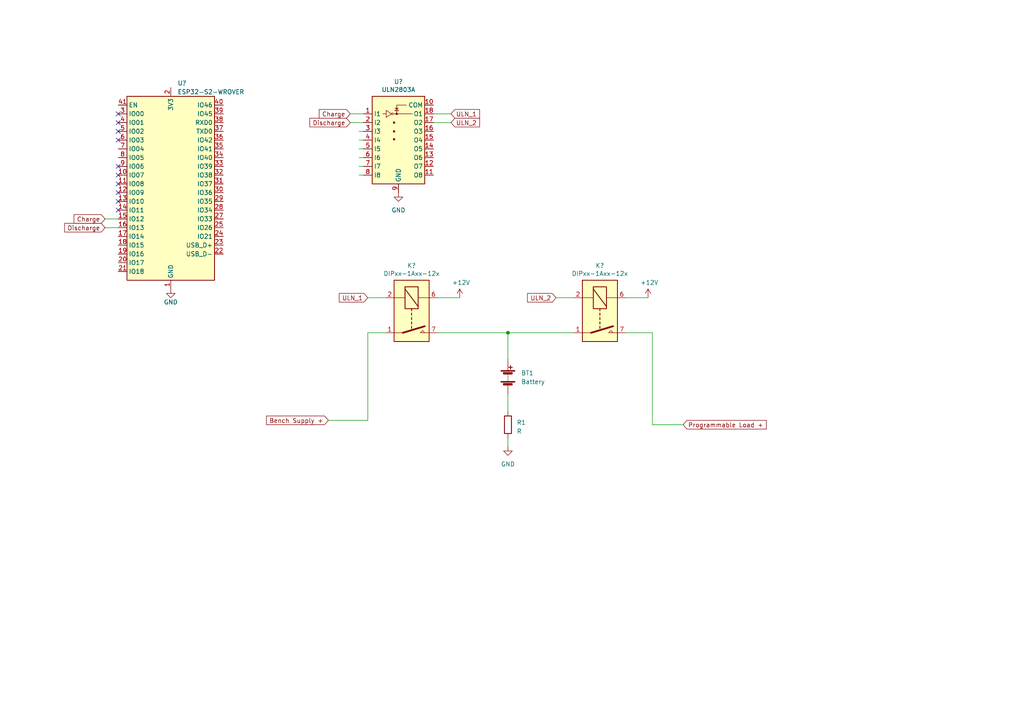
<source format=kicad_sch>
(kicad_sch (version 20230121) (generator eeschema)
  (paper "A4")
  (lib_symbols
    (symbol "Device:Battery" (pin_numbers hide) (pin_names (offset 0) hide)
      (property "Reference" "BT" (at 2.54 2.54 0))
      (property "Value" "Battery" (at 2.54 0 0))
      (symbol "Battery_0_1"
        (rectangle (start -2.032 -1.397) (end 2.032 -1.651) (fill (type outline)))
        (rectangle (start -2.032 1.778) (end 2.032 1.524) (fill (type outline)))
        (rectangle (start -1.3208 -1.9812) (end 1.27 -2.4892) (fill (type outline)))
        (rectangle (start -1.3208 1.1938) (end 1.27 0.6858) (fill (type outline)))
        (polyline (pts (xy 0 -1.524) (xy 0 -1.27)))
        (polyline (pts (xy 0 -1.016) (xy 0 -0.762)))
        (polyline (pts (xy 0 -0.508) (xy 0 -0.254)))
        (polyline (pts (xy 0 0) (xy 0 0.254)))
        (polyline (pts (xy 0 0.508) (xy 0 0.762)))
        (polyline (pts (xy 0 1.778) (xy 0 2.54)))
        (polyline (pts (xy 0.254 2.667) (xy 1.27 2.667)) (stroke (width 0.254)))
        (polyline (pts (xy 0.762 3.175) (xy 0.762 2.159)) (stroke (width 0.254)))
      )
      (symbol "Battery_1_1"
        (pin passive line (at 0 5.08 270) (length 2.54) (name "+") (number "1"))
        (pin passive line (at 0 -5.08 90) (length 2.54) (name "-") (number "2"))
      )
    )
    (symbol "Device:R" (pin_numbers hide) (pin_names (offset 0))
      (property "Reference" "R" (at 2.032 0 90))
      (property "Value" "R" (at 0 0 90))
      (symbol "R_0_1"
        (rectangle (start -1.016 -2.54) (end 1.016 2.54) (stroke (width 0.254)))
      )
      (symbol "R_1_1"
        (pin passive line (at 0 3.81 270) (length 1.27) (name "~") (number "1"))
        (pin passive line (at 0 -3.81 90) (length 1.27) (name "~") (number "2"))
      )
    )
    (symbol "RF_Module:ESP32-S2-WROVER"
      (property "Reference" "U" (at -12.7 29.21 0))
      (property "Value" "ESP32-S2-WROVER" (at 2.54 29.21 0))
      (symbol "ESP32-S2-WROVER_0_1"
        (rectangle (start -12.7 27.94) (end 12.7 -25.4) (stroke (width 0.254)) (fill (type background)))
      )
      (symbol "ESP32-S2-WROVER_1_1"
        (pin power_in line (at 0 -27.94 90) (length 2.54) (name "GND") (number "1"))
        (pin bidirectional line (at -15.24 5.08 0) (length 2.54) (name "IO07") (number "10"))
        (pin bidirectional line (at -15.24 2.54 0) (length 2.54) (name "IO08") (number "11"))
        (pin bidirectional line (at -15.24 0 0) (length 2.54) (name "IO09") (number "12"))
        (pin bidirectional line (at -15.24 -2.54 0) (length 2.54) (name "IO10") (number "13"))
        (pin bidirectional line (at -15.24 -5.08 0) (length 2.54) (name "IO11") (number "14"))
        (pin bidirectional line (at -15.24 -7.62 0) (length 2.54) (name "IO12") (number "15"))
        (pin bidirectional line (at -15.24 -10.16 0) (length 2.54) (name "IO13") (number "16"))
        (pin bidirectional line (at -15.24 -12.7 0) (length 2.54) (name "IO14") (number "17"))
        (pin bidirectional line (at -15.24 -15.24 0) (length 2.54) (name "IO15") (number "18"))
        (pin bidirectional line (at -15.24 -17.78 0) (length 2.54) (name "IO16") (number "19"))
        (pin power_in line (at 0 30.48 270) (length 2.54) (name "3V3") (number "2"))
        (pin bidirectional line (at -15.24 -20.32 0) (length 2.54) (name "IO17") (number "20"))
        (pin bidirectional line (at -15.24 -22.86 0) (length 2.54) (name "IO18") (number "21"))
        (pin bidirectional line (at 15.24 -17.78 180) (length 2.54) (name "USB_D-") (number "22"))
        (pin bidirectional line (at 15.24 -15.24 180) (length 2.54) (name "USB_D+") (number "23"))
        (pin bidirectional line (at 15.24 -12.7 180) (length 2.54) (name "IO21") (number "24"))
        (pin bidirectional line (at 15.24 -10.16 180) (length 2.54) (name "IO26") (number "25"))
        (pin passive line (at 0 -27.94 90) (length 2.54) hide (name "GND") (number "26"))
        (pin bidirectional line (at 15.24 -7.62 180) (length 2.54) (name "IO33") (number "27"))
        (pin bidirectional line (at 15.24 -5.08 180) (length 2.54) (name "IO34") (number "28"))
        (pin bidirectional line (at 15.24 -2.54 180) (length 2.54) (name "IO35") (number "29"))
        (pin bidirectional line (at -15.24 22.86 0) (length 2.54) (name "IO00") (number "3"))
        (pin bidirectional line (at 15.24 0 180) (length 2.54) (name "IO36") (number "30"))
        (pin bidirectional line (at 15.24 2.54 180) (length 2.54) (name "IO37") (number "31"))
        (pin bidirectional line (at 15.24 5.08 180) (length 2.54) (name "IO38") (number "32"))
        (pin bidirectional line (at 15.24 7.62 180) (length 2.54) (name "IO39") (number "33"))
        (pin bidirectional line (at 15.24 10.16 180) (length 2.54) (name "IO40") (number "34"))
        (pin bidirectional line (at 15.24 12.7 180) (length 2.54) (name "IO41") (number "35"))
        (pin bidirectional line (at 15.24 15.24 180) (length 2.54) (name "IO42") (number "36"))
        (pin bidirectional line (at 15.24 17.78 180) (length 2.54) (name "TXD0") (number "37"))
        (pin bidirectional line (at 15.24 20.32 180) (length 2.54) (name "RXD0") (number "38"))
        (pin bidirectional line (at 15.24 22.86 180) (length 2.54) (name "IO45") (number "39"))
        (pin bidirectional line (at -15.24 20.32 0) (length 2.54) (name "IO01") (number "4"))
        (pin input line (at 15.24 25.4 180) (length 2.54) (name "IO46") (number "40"))
        (pin input line (at -15.24 25.4 0) (length 2.54) (name "EN") (number "41"))
        (pin passive line (at 0 -27.94 90) (length 2.54) hide (name "GND") (number "42"))
        (pin passive line (at 0 -27.94 90) (length 2.54) hide (name "GND") (number "43"))
        (pin bidirectional line (at -15.24 17.78 0) (length 2.54) (name "IO02") (number "5"))
        (pin bidirectional line (at -15.24 15.24 0) (length 2.54) (name "IO03") (number "6"))
        (pin bidirectional line (at -15.24 12.7 0) (length 2.54) (name "IO04") (number "7"))
        (pin bidirectional line (at -15.24 10.16 0) (length 2.54) (name "IO05") (number "8"))
        (pin bidirectional line (at -15.24 7.62 0) (length 2.54) (name "IO06") (number "9"))
      )
    )
    (symbol "Relay:DIPxx-1Axx-12x"
      (property "Reference" "K" (at 8.89 3.81 0))
      (property "Value" "DIPxx-1Axx-12x" (at 8.89 1.27 0))
      (symbol "DIPxx-1Axx-12x_0_0"
        (polyline (pts (xy 5.08 5.08) (xy 5.08 2.54) (xy 4.445 3.175) (xy 5.08 3.81)))
      )
      (symbol "DIPxx-1Axx-12x_0_1"
        (rectangle (start -10.16 5.08) (end 7.62 -5.08) (stroke (width 0.254)) (fill (type background)))
        (rectangle (start -8.255 1.905) (end -1.905 -1.905) (stroke (width 0.254)))
        (polyline (pts (xy -7.62 -1.905) (xy -2.54 1.905)) (stroke (width 0.254)))
        (polyline (pts (xy -5.08 -5.08) (xy -5.08 -1.905)))
        (polyline (pts (xy -5.08 5.08) (xy -5.08 1.905)))
        (polyline (pts (xy -1.905 0) (xy -1.27 0)) (stroke (width 0.254)))
        (polyline (pts (xy -0.635 0) (xy 0 0)) (stroke (width 0.254)))
        (polyline (pts (xy 0.635 0) (xy 1.27 0)) (stroke (width 0.254)))
        (polyline (pts (xy 1.905 0) (xy 2.54 0)) (stroke (width 0.254)))
        (polyline (pts (xy 3.175 0) (xy 3.81 0)) (stroke (width 0.254)))
        (polyline (pts (xy 5.08 -2.54) (xy 3.175 3.81)) (stroke (width 0.508)))
        (polyline (pts (xy 5.08 -2.54) (xy 5.08 -5.08)))
      )
      (symbol "DIPxx-1Axx-12x_1_1"
        (pin passive line (at 5.08 -7.62 90) (length 2.54) (name "~") (number "1"))
        (pin passive line (at -5.08 -7.62 90) (length 2.54) hide (name "~") (number "13"))
        (pin passive line (at 5.08 -7.62 90) (length 2.54) hide (name "~") (number "14"))
        (pin passive line (at -5.08 -7.62 90) (length 2.54) (name "~") (number "2"))
        (pin passive line (at -5.08 7.62 270) (length 2.54) (name "~") (number "6"))
        (pin passive line (at 5.08 7.62 270) (length 2.54) (name "~") (number "7"))
        (pin passive line (at 5.08 7.62 270) (length 2.54) hide (name "~") (number "8"))
      )
    )
    (symbol "Transistor_Array:ULN2803A"
      (property "Reference" "U" (at 0 13.335 0))
      (property "Value" "ULN2803A" (at 0 11.43 0))
      (symbol "ULN2803A_0_1"
        (rectangle (start -7.62 -15.24) (end 7.62 10.16) (stroke (width 0.254)) (fill (type background)))
        (circle (center -1.778 5.08) (radius 0.254))
        (circle (center -1.27 -2.286) (radius 0.254) (fill (type outline)))
        (circle (center -1.27 0) (radius 0.254) (fill (type outline)))
        (circle (center -1.27 2.54) (radius 0.254) (fill (type outline)))
        (circle (center -0.508 5.08) (radius 0.254) (fill (type outline)))
        (polyline (pts (xy -4.572 5.08) (xy -3.556 5.08)))
        (polyline (pts (xy -1.524 5.08) (xy 4.064 5.08)))
        (polyline (pts (xy 0 6.731) (xy -1.016 6.731)))
        (polyline (pts (xy -0.508 5.08) (xy -0.508 7.62) (xy 2.286 7.62)))
        (polyline (pts (xy -3.556 6.096) (xy -3.556 4.064) (xy -2.032 5.08) (xy -3.556 6.096)))
        (polyline (pts (xy 0 5.969) (xy -1.016 5.969) (xy -0.508 6.731) (xy 0 5.969)))
      )
      (symbol "ULN2803A_1_1"
        (pin input line (at -10.16 5.08 0) (length 2.54) (name "I1") (number "1"))
        (pin passive line (at 10.16 7.62 180) (length 2.54) (name "COM") (number "10"))
        (pin open_collector line (at 10.16 -12.7 180) (length 2.54) (name "O8") (number "11"))
        (pin open_collector line (at 10.16 -10.16 180) (length 2.54) (name "O7") (number "12"))
        (pin open_collector line (at 10.16 -7.62 180) (length 2.54) (name "O6") (number "13"))
        (pin open_collector line (at 10.16 -5.08 180) (length 2.54) (name "O5") (number "14"))
        (pin open_collector line (at 10.16 -2.54 180) (length 2.54) (name "O4") (number "15"))
        (pin open_collector line (at 10.16 0 180) (length 2.54) (name "O3") (number "16"))
        (pin open_collector line (at 10.16 2.54 180) (length 2.54) (name "O2") (number "17"))
        (pin open_collector line (at 10.16 5.08 180) (length 2.54) (name "O1") (number "18"))
        (pin input line (at -10.16 2.54 0) (length 2.54) (name "I2") (number "2"))
        (pin input line (at -10.16 0 0) (length 2.54) (name "I3") (number "3"))
        (pin input line (at -10.16 -2.54 0) (length 2.54) (name "I4") (number "4"))
        (pin input line (at -10.16 -5.08 0) (length 2.54) (name "I5") (number "5"))
        (pin input line (at -10.16 -7.62 0) (length 2.54) (name "I6") (number "6"))
        (pin input line (at -10.16 -10.16 0) (length 2.54) (name "I7") (number "7"))
        (pin input line (at -10.16 -12.7 0) (length 2.54) (name "I8") (number "8"))
        (pin power_in line (at 0 -17.78 90) (length 2.54) (name "GND") (number "9"))
      )
    )
    (symbol "power:+12V" (power) (pin_names (offset 0))
      (property "Value" "+12V" (at 0 3.556 0))
      (symbol "+12V_0_1"
        (polyline (pts (xy -0.762 1.27) (xy 0 2.54)))
        (polyline (pts (xy 0 0) (xy 0 2.54)))
        (polyline (pts (xy 0 2.54) (xy 0.762 1.27)))
      )
      (symbol "+12V_1_1"
        (pin power_in line (at 0 0 90) (length 0) hide (name "+12V") (number "1"))
      )
    )
    (symbol "power:GND" (power) (pin_names (offset 0))
      (property "Value" "GND" (at 0 -3.81 0))
      (symbol "GND_0_1"
        (polyline (pts (xy 0 0) (xy 0 -1.27) (xy 1.27 -1.27) (xy 0 -2.54) (xy -1.27 -1.27) (xy 0 -1.27)))
      )
      (symbol "GND_1_1"
        (pin power_in line (at 0 0 270) (length 0) hide (name "GND") (number "1"))
      )
    )
  )
  (junction (at 147.32 96.52))
  (no_connect (at 34.29 40.64))
  (no_connect (at 34.29 33.02))
  (no_connect (at 34.29 60.96))
  (no_connect (at 34.29 53.34))
  (no_connect (at 34.29 38.1))
  (no_connect (at 34.29 55.88))
  (no_connect (at 34.29 58.42))
  (no_connect (at 34.29 50.8))
  (no_connect (at 34.29 48.26))
  (no_connect (at 34.29 35.56))
  (wire (pts (xy 189.23 96.52) (xy 189.23 123.19)))
  (wire (pts (xy 104.14 38.1) (xy 105.41 38.1)))
  (wire (pts (xy 104.14 48.26) (xy 105.41 48.26)))
  (wire (pts (xy 101.6 35.56) (xy 105.41 35.56)))
  (wire (pts (xy 125.73 33.02) (xy 130.81 33.02)))
  (wire (pts (xy 181.61 96.52) (xy 189.23 96.52)))
  (wire (pts (xy 104.14 40.64) (xy 105.41 40.64)))
  (wire (pts (xy 161.29 86.36) (xy 166.37 86.36)))
  (wire (pts (xy 30.48 66.04) (xy 34.29 66.04)))
  (wire (pts (xy 189.23 123.19) (xy 198.12 123.19)))
  (wire (pts (xy 106.68 96.52) (xy 106.68 121.92)))
  (wire (pts (xy 147.32 96.52) (xy 147.32 104.14)))
  (wire (pts (xy 30.48 63.5) (xy 34.29 63.5)))
  (wire (pts (xy 104.14 45.72) (xy 105.41 45.72)))
  (wire (pts (xy 187.96 86.36) (xy 181.61 86.36)))
  (wire (pts (xy 147.32 114.3) (xy 147.32 119.38)))
  (wire (pts (xy 104.14 43.18) (xy 105.41 43.18)))
  (wire (pts (xy 101.6 33.02) (xy 105.41 33.02)))
  (wire (pts (xy 133.35 86.36) (xy 127 86.36)))
  (wire (pts (xy 147.32 96.52) (xy 166.37 96.52)))
  (wire (pts (xy 125.73 35.56) (xy 130.81 35.56)))
  (wire (pts (xy 111.76 96.52) (xy 106.68 96.52)))
  (wire (pts (xy 127 96.52) (xy 147.32 96.52)))
  (wire (pts (xy 104.14 50.8) (xy 105.41 50.8)))
  (wire (pts (xy 95.25 121.92) (xy 106.68 121.92)))
  (wire (pts (xy 106.68 86.36) (xy 111.76 86.36)))
  (wire (pts (xy 147.32 127) (xy 147.32 129.54)))
  (global_label "Programmable Load +" (shape input) (at 198.12 123.19 0) (property "Intersheetrefs" "${INTERSHEET_REFS}" (effects hide)))
  (global_label "ULN_1" (shape input) (at 106.68 86.36 180) (property "Intersheetrefs" "${INTERSHEET_REFS}" (effects hide)))
  (global_label "Discharge" (shape input) (at 30.48 66.04 180) (property "Intersheetrefs" "${INTERSHEET_REFS}" (effects hide)))
  (global_label "ULN_2" (shape input) (at 161.29 86.36 180) (property "Intersheetrefs" "${INTERSHEET_REFS}" (effects hide)))
  (global_label "Charge" (shape input) (at 30.48 63.5 180) (property "Intersheetrefs" "${INTERSHEET_REFS}" (effects hide)))
  (global_label "Bench Supply +" (shape input) (at 95.25 121.92 180) (property "Intersheetrefs" "${INTERSHEET_REFS}" (effects hide)))
  (global_label "Discharge" (shape input) (at 101.6 35.56 180) (property "Intersheetrefs" "${INTERSHEET_REFS}" (effects hide)))
  (global_label "ULN_2" (shape input) (at 130.81 35.56 0) (property "Intersheetrefs" "${INTERSHEET_REFS}" (effects hide)))
  (global_label "ULN_1" (shape input) (at 130.81 33.02 0) (property "Intersheetrefs" "${INTERSHEET_REFS}" (effects hide)))
  (global_label "Charge" (shape input) (at 101.6 33.02 180) (property "Intersheetrefs" "${INTERSHEET_REFS}" (effects hide)))
  (symbol (lib_id "Relay:DIPxx-1Axx-12x") (at 119.38 91.44 270) (unit 1)
    (property "Reference" "K?" (at 119.38 77.0382 90))
    (property "Value" "DIPxx-1Axx-12x" (at 119.38 79.3496 90))
    (property "Footprint" "Relay_THT:Relay_StandexMeder_DIP_LowProfile" (effects hide))
    (property "Datasheet" "https://standexelectronics.com/wp-content/uploads/datasheet_reed_relay_DIP.pdf" (effects hide))
  )
  (symbol (lib_id "Relay:DIPxx-1Axx-12x") (at 173.99 91.44 270) (unit 1)
    (property "Reference" "K?" (at 173.99 77.0382 90))
    (property "Value" "DIPxx-1Axx-12x" (at 173.99 79.3496 90))
    (property "Footprint" "Relay_THT:Relay_StandexMeder_DIP_LowProfile" (effects hide))
    (property "Datasheet" "https://standexelectronics.com/wp-content/uploads/datasheet_reed_relay_DIP.pdf" (effects hide))
  )
  (symbol (lib_id "Transistor_Array:ULN2803A") (at 115.57 38.1 0) (unit 1)
    (property "Reference" "U?" (at 115.57 23.6982 0))
    (property "Value" "ULN2803A" (at 115.57 26.0096 0))
    (property "Datasheet" "http://www.ti.com/lit/ds/symlink/uln2803a.pdf" (effects hide))
  )
  (symbol (lib_id "power:+12V") (at 133.35 86.36 0) (unit 1)
    (property "Reference" "#PWR?" (effects hide))
    (property "Value" "+12V" (at 133.731 81.9658 0))
  )
  (symbol (lib_id "power:+12V") (at 187.96 86.36 0) (unit 1)
    (property "Reference" "#PWR?" (effects hide))
    (property "Value" "+12V" (at 188.341 81.9658 0))
  )
  (symbol (lib_id "RF_Module:ESP32-S2-WROVER") (at 49.53 55.88 0) (unit 1)
    (property "Reference" "U?" (at 51.4859 24.13 0) (effects (justify left)))
    (property "Value" "ESP32-S2-WROVER" (at 51.4859 26.67 0) (effects (justify left)))
    (property "Footprint" "RF_Module:ESP32-S2-WROVER" (effects hide))
    (property "Datasheet" "https://www.espressif.com/sites/default/files/documentation/esp32-s2-wroom_esp32-s2-wroom-i_datasheet_en.pdf" (effects hide))
  )
  (symbol (lib_id "Device:R") (at 147.32 123.19 0) (unit 1)
    (property "Reference" "R1" (at 149.86 122.555 0) (effects (justify left)))
    (property "Value" "R" (at 149.86 125.095 0) (effects (justify left)))
  )
  (symbol (lib_id "power:GND") (at 147.32 129.54 0) (unit 1)
    (property "Reference" "#PWR01" (effects hide))
    (property "Value" "GND" (at 147.32 134.62 0))
  )
  (symbol (lib_id "Device:Battery") (at 147.32 109.22 0) (unit 1)
    (property "Reference" "BT1" (at 151.13 108.204 0) (effects (justify left)))
    (property "Value" "Battery" (at 151.13 110.744 0) (effects (justify left)))
  )
  (symbol (lib_id "power:GND") (at 49.53 83.82 0) (unit 1)
    (property "Reference" "#PWR?" (effects hide))
    (property "Value" "GND" (at 49.53 87.63 0))
  )
  (symbol (lib_id "power:GND") (at 115.57 55.88 0) (unit 1)
    (property "Reference" "#PWR02" (effects hide))
    (property "Value" "GND" (at 115.57 60.96 0))
  )
)
</source>
